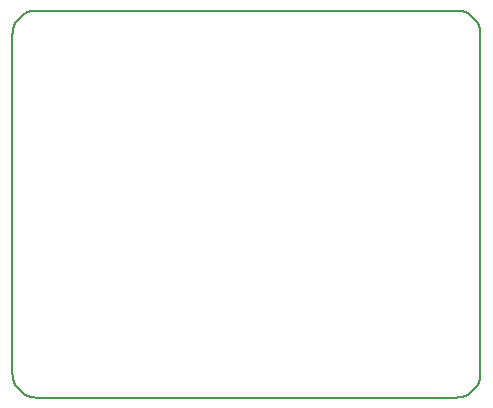
<source format=gm1>
G04*
G04 #@! TF.GenerationSoftware,Altium Limited,Altium Designer,20.0.2 (26)*
G04*
G04 Layer_Color=16711935*
%FSLAX25Y25*%
%MOIN*%
G70*
G01*
G75*
%ADD10C,0.00500*%
D10*
X9600Y131200D02*
X8636Y131142D01*
X7685Y130967D01*
X6763Y130680D01*
X5882Y130284D01*
X5055Y129784D01*
X4295Y129188D01*
X3612Y128505D01*
X3016Y127744D01*
X2516Y126918D01*
X2120Y126037D01*
X1832Y125115D01*
X1658Y124164D01*
X1600Y123200D01*
X149600Y2200D02*
X150564Y2258D01*
X151514Y2433D01*
X152437Y2720D01*
X153318Y3116D01*
X154145Y3616D01*
X154905Y4212D01*
X155588Y4895D01*
X156184Y5655D01*
X156684Y6482D01*
X157080Y7363D01*
X157368Y8286D01*
X157542Y9236D01*
X157600Y10200D01*
Y123200D02*
X157542Y124164D01*
X157368Y125115D01*
X157080Y126037D01*
X156684Y126918D01*
X156184Y127744D01*
X155588Y128505D01*
X154905Y129188D01*
X154145Y129784D01*
X153318Y130284D01*
X152437Y130680D01*
X151514Y130967D01*
X150564Y131142D01*
X149600Y131200D01*
X1600Y10200D02*
X1658Y9236D01*
X1832Y8286D01*
X2120Y7363D01*
X2516Y6482D01*
X3016Y5655D01*
X3612Y4895D01*
X4295Y4212D01*
X5055Y3616D01*
X5882Y3116D01*
X6763Y2720D01*
X7685Y2433D01*
X8636Y2258D01*
X9600Y2200D01*
X157600Y10200D02*
Y123200D01*
X9600Y2200D02*
X149600D01*
X9600Y131200D02*
X149600D01*
X1600Y10200D02*
Y123200D01*
M02*

</source>
